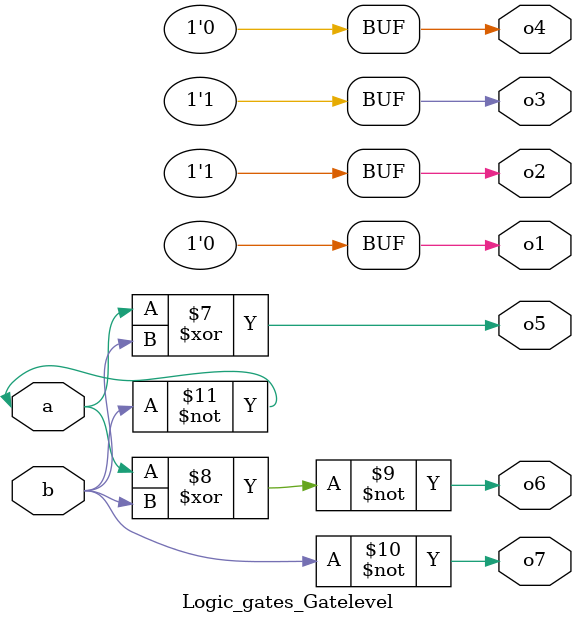
<source format=v>
`timescale 1ns / 1ps

// this the my task 1 where i will do the following:-
// use a and b as inputs and output are as following:-
//o1-> and of a and b
//o2-> or of a and b
//o3-> nand of a and b
//o4-> nor of a and b
//o5-> xor of a and b
//o6-> xnor of a and b
//o7-> not of a

module Logic_gates_Gatelevel(a,b,o1,o2,o3,o4,o5,o6,o7);
input a,b;
output o1,o2,o3,o4,o5,o6,o7;
and(o1,a,b);
or(o2,a,b);
nand(o3,a,b);
nor(o4,a,b);
xor(o5,a,b);
xnor(o6,a,b);
not(o7,a,b);
endmodule

</source>
